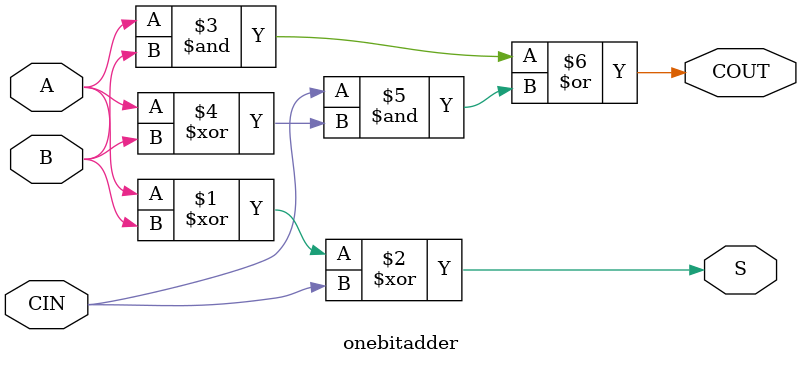
<source format=v>
`timescale 1ns / 1ps


module onebitadder(
    input A,
    input B,
    input CIN,
    output S,
    output COUT
    );
    
        assign S = (A ^ B ^ CIN);
    assign COUT = (A & B) | (CIN & (A ^ B));  
endmodule

</source>
